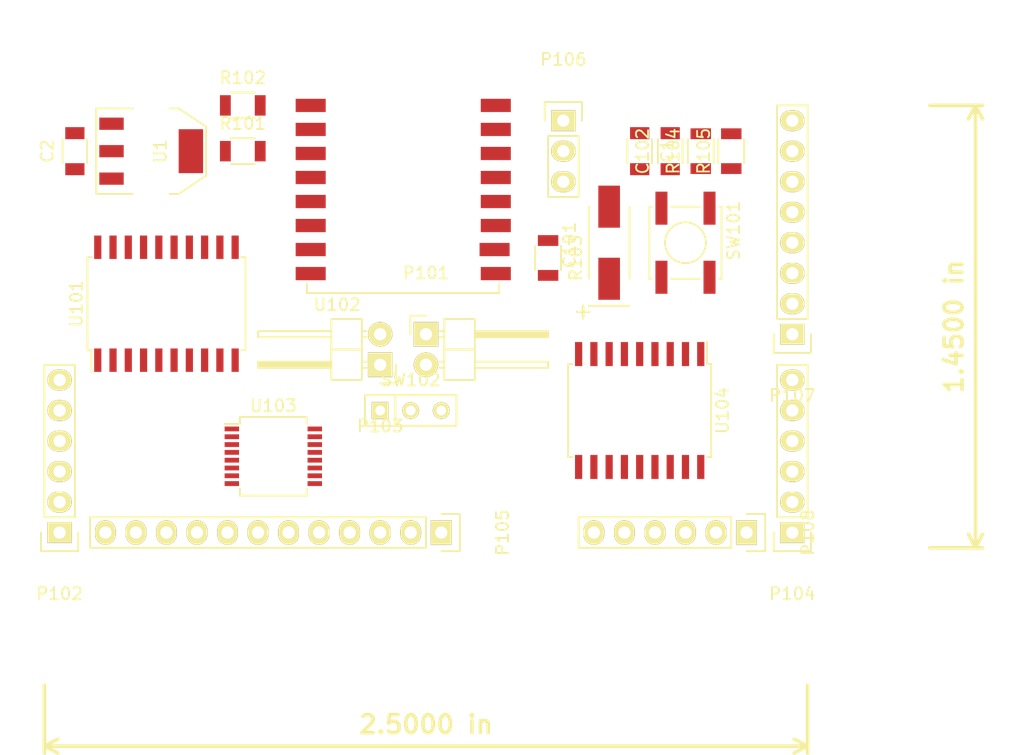
<source format=kicad_pcb>
(kicad_pcb (version 4) (host pcbnew 4.0.2-stable)

  (general
    (links 94)
    (no_connects 94)
    (area 0 0 0 0)
    (thickness 1.6)
    (drawings 2)
    (tracks 1)
    (zones 0)
    (modules 24)
    (nets 43)
  )

  (page A4)
  (layers
    (0 F.Cu signal)
    (31 B.Cu signal)
    (32 B.Adhes user)
    (33 F.Adhes user)
    (34 B.Paste user)
    (35 F.Paste user)
    (36 B.SilkS user)
    (37 F.SilkS user)
    (38 B.Mask user)
    (39 F.Mask user)
    (40 Dwgs.User user)
    (41 Cmts.User user)
    (42 Eco1.User user)
    (43 Eco2.User user)
    (44 Edge.Cuts user)
    (45 Margin user)
    (46 B.CrtYd user)
    (47 F.CrtYd user)
    (48 B.Fab user)
    (49 F.Fab user)
  )

  (setup
    (last_trace_width 0.3)
    (trace_clearance 0.3)
    (zone_clearance 0.508)
    (zone_45_only no)
    (trace_min 0.3)
    (segment_width 0.2)
    (edge_width 0.15)
    (via_size 0.6)
    (via_drill 0.4)
    (via_min_size 0.3)
    (via_min_drill 0.3)
    (uvia_size 0.3)
    (uvia_drill 0.1)
    (uvias_allowed yes)
    (uvia_min_size 0.2)
    (uvia_min_drill 0.1)
    (pcb_text_width 0.3)
    (pcb_text_size 1.5 1.5)
    (mod_edge_width 0.15)
    (mod_text_size 1 1)
    (mod_text_width 0.15)
    (pad_size 1.524 1.524)
    (pad_drill 0.762)
    (pad_to_mask_clearance 0.2)
    (aux_axis_origin 0 0)
    (visible_elements FFFFFF7F)
    (pcbplotparams
      (layerselection 0x00030_80000001)
      (usegerberextensions false)
      (excludeedgelayer true)
      (linewidth 0.100000)
      (plotframeref false)
      (viasonmask false)
      (mode 1)
      (useauxorigin false)
      (hpglpennumber 1)
      (hpglpenspeed 20)
      (hpglpendiameter 15)
      (hpglpenoverlay 2)
      (psnegative false)
      (psa4output false)
      (plotreference true)
      (plotvalue true)
      (plotinvisibletext false)
      (padsonsilk false)
      (subtractmaskfromsilk false)
      (outputformat 1)
      (mirror false)
      (drillshape 1)
      (scaleselection 1)
      (outputdirectory ""))
  )

  (net 0 "")
  (net 1 VDD)
  (net 2 GND)
  (net 3 VCC)
  (net 4 "Net-(P101-Pad2)")
  (net 5 M1+)
  (net 6 M1-)
  (net 7 ENC1_A)
  (net 8 ENC1_B)
  (net 9 M2+)
  (net 10 M2-)
  (net 11 ENC2_A)
  (net 12 ENC2_B)
  (net 13 "Net-(P105-Pad1)")
  (net 14 "Net-(P105-Pad2)")
  (net 15 "Net-(P105-Pad3)")
  (net 16 "Net-(P105-Pad4)")
  (net 17 "Net-(P105-Pad5)")
  (net 18 "Net-(P105-Pad6)")
  (net 19 "Net-(P105-Pad7)")
  (net 20 "Net-(P105-Pad8)")
  (net 21 "Net-(P105-Pad9)")
  (net 22 "Net-(P105-Pad10)")
  (net 23 "Net-(P105-Pad11)")
  (net 24 "Net-(P105-Pad12)")
  (net 25 TX)
  (net 26 RX)
  (net 27 SDA)
  (net 28 SCL)
  (net 29 "Net-(R101-Pad2)")
  (net 30 "Net-(R102-Pad2)")
  (net 31 M1_A)
  (net 32 M1_B)
  (net 33 M2_B)
  (net 34 M2_A)
  (net 35 EN1)
  (net 36 EN2)
  (net 37 "Net-(P108-Pad3)")
  (net 38 "Net-(P108-Pad4)")
  (net 39 "Net-(P108-Pad5)")
  (net 40 "Net-(P108-Pad6)")
  (net 41 "Net-(R103-Pad1)")
  (net 42 "Net-(P103-Pad1)")

  (net_class Default "Esta es la clase de red por defecto."
    (clearance 0.3)
    (trace_width 0.3)
    (via_dia 0.6)
    (via_drill 0.4)
    (uvia_dia 0.3)
    (uvia_drill 0.1)
    (add_net EN1)
    (add_net EN2)
    (add_net ENC1_A)
    (add_net ENC1_B)
    (add_net ENC2_A)
    (add_net ENC2_B)
    (add_net M1+)
    (add_net M1-)
    (add_net M1_A)
    (add_net M1_B)
    (add_net M2+)
    (add_net M2-)
    (add_net M2_A)
    (add_net M2_B)
    (add_net "Net-(P101-Pad2)")
    (add_net "Net-(P103-Pad1)")
    (add_net "Net-(P105-Pad1)")
    (add_net "Net-(P105-Pad10)")
    (add_net "Net-(P105-Pad11)")
    (add_net "Net-(P105-Pad12)")
    (add_net "Net-(P105-Pad2)")
    (add_net "Net-(P105-Pad3)")
    (add_net "Net-(P105-Pad4)")
    (add_net "Net-(P105-Pad5)")
    (add_net "Net-(P105-Pad6)")
    (add_net "Net-(P105-Pad7)")
    (add_net "Net-(P105-Pad8)")
    (add_net "Net-(P105-Pad9)")
    (add_net "Net-(P108-Pad3)")
    (add_net "Net-(P108-Pad4)")
    (add_net "Net-(P108-Pad5)")
    (add_net "Net-(P108-Pad6)")
    (add_net "Net-(R101-Pad2)")
    (add_net "Net-(R102-Pad2)")
    (add_net "Net-(R103-Pad1)")
    (add_net RX)
    (add_net SCL)
    (add_net SDA)
    (add_net TX)
  )

  (net_class power ""
    (clearance 0.3)
    (trace_width 0.5)
    (via_dia 0.8)
    (via_drill 0.4)
    (uvia_dia 0.3)
    (uvia_drill 0.1)
    (add_net GND)
    (add_net VCC)
    (add_net VDD)
  )

  (module Pin_Headers:Pin_Header_Angled_1x02 (layer F.Cu) (tedit 0) (tstamp 57140865)
    (at 153.67 77.47)
    (descr "Through hole pin header")
    (tags "pin header")
    (path /57125BEC)
    (fp_text reference P101 (at 0 -5.1) (layer F.SilkS)
      (effects (font (size 1 1) (thickness 0.15)))
    )
    (fp_text value CONN_01X02 (at 0 -3.1) (layer F.Fab)
      (effects (font (size 1 1) (thickness 0.15)))
    )
    (fp_line (start -1.5 -1.75) (end -1.5 4.3) (layer F.CrtYd) (width 0.05))
    (fp_line (start 10.65 -1.75) (end 10.65 4.3) (layer F.CrtYd) (width 0.05))
    (fp_line (start -1.5 -1.75) (end 10.65 -1.75) (layer F.CrtYd) (width 0.05))
    (fp_line (start -1.5 4.3) (end 10.65 4.3) (layer F.CrtYd) (width 0.05))
    (fp_line (start -1.3 -1.55) (end -1.3 0) (layer F.SilkS) (width 0.15))
    (fp_line (start 0 -1.55) (end -1.3 -1.55) (layer F.SilkS) (width 0.15))
    (fp_line (start 4.191 -0.127) (end 10.033 -0.127) (layer F.SilkS) (width 0.15))
    (fp_line (start 10.033 -0.127) (end 10.033 0.127) (layer F.SilkS) (width 0.15))
    (fp_line (start 10.033 0.127) (end 4.191 0.127) (layer F.SilkS) (width 0.15))
    (fp_line (start 4.191 0.127) (end 4.191 0) (layer F.SilkS) (width 0.15))
    (fp_line (start 4.191 0) (end 10.033 0) (layer F.SilkS) (width 0.15))
    (fp_line (start 1.524 -0.254) (end 1.143 -0.254) (layer F.SilkS) (width 0.15))
    (fp_line (start 1.524 0.254) (end 1.143 0.254) (layer F.SilkS) (width 0.15))
    (fp_line (start 1.524 2.286) (end 1.143 2.286) (layer F.SilkS) (width 0.15))
    (fp_line (start 1.524 2.794) (end 1.143 2.794) (layer F.SilkS) (width 0.15))
    (fp_line (start 1.524 -1.27) (end 4.064 -1.27) (layer F.SilkS) (width 0.15))
    (fp_line (start 1.524 1.27) (end 4.064 1.27) (layer F.SilkS) (width 0.15))
    (fp_line (start 1.524 1.27) (end 1.524 3.81) (layer F.SilkS) (width 0.15))
    (fp_line (start 1.524 3.81) (end 4.064 3.81) (layer F.SilkS) (width 0.15))
    (fp_line (start 4.064 2.286) (end 10.16 2.286) (layer F.SilkS) (width 0.15))
    (fp_line (start 10.16 2.286) (end 10.16 2.794) (layer F.SilkS) (width 0.15))
    (fp_line (start 10.16 2.794) (end 4.064 2.794) (layer F.SilkS) (width 0.15))
    (fp_line (start 4.064 3.81) (end 4.064 1.27) (layer F.SilkS) (width 0.15))
    (fp_line (start 4.064 1.27) (end 4.064 -1.27) (layer F.SilkS) (width 0.15))
    (fp_line (start 10.16 0.254) (end 4.064 0.254) (layer F.SilkS) (width 0.15))
    (fp_line (start 10.16 -0.254) (end 10.16 0.254) (layer F.SilkS) (width 0.15))
    (fp_line (start 4.064 -0.254) (end 10.16 -0.254) (layer F.SilkS) (width 0.15))
    (fp_line (start 1.524 1.27) (end 4.064 1.27) (layer F.SilkS) (width 0.15))
    (fp_line (start 1.524 -1.27) (end 1.524 1.27) (layer F.SilkS) (width 0.15))
    (pad 1 thru_hole rect (at 0 0) (size 2.032 2.032) (drill 1.016) (layers *.Cu *.Mask F.SilkS)
      (net 2 GND))
    (pad 2 thru_hole oval (at 0 2.54) (size 2.032 2.032) (drill 1.016) (layers *.Cu *.Mask F.SilkS)
      (net 4 "Net-(P101-Pad2)"))
    (model Pin_Headers.3dshapes/Pin_Header_Angled_1x02.wrl
      (at (xyz 0 -0.05 0))
      (scale (xyz 1 1 1))
      (rotate (xyz 0 0 90))
    )
  )

  (module Pin_Headers:Pin_Header_Straight_1x06 (layer F.Cu) (tedit 0) (tstamp 5714087A)
    (at 123.19 93.98 180)
    (descr "Through hole pin header")
    (tags "pin header")
    (path /57125BDE)
    (fp_text reference P102 (at 0 -5.1 180) (layer F.SilkS)
      (effects (font (size 1 1) (thickness 0.15)))
    )
    (fp_text value CONN_01X06 (at 0 -3.1 180) (layer F.Fab)
      (effects (font (size 1 1) (thickness 0.15)))
    )
    (fp_line (start -1.75 -1.75) (end -1.75 14.45) (layer F.CrtYd) (width 0.05))
    (fp_line (start 1.75 -1.75) (end 1.75 14.45) (layer F.CrtYd) (width 0.05))
    (fp_line (start -1.75 -1.75) (end 1.75 -1.75) (layer F.CrtYd) (width 0.05))
    (fp_line (start -1.75 14.45) (end 1.75 14.45) (layer F.CrtYd) (width 0.05))
    (fp_line (start 1.27 1.27) (end 1.27 13.97) (layer F.SilkS) (width 0.15))
    (fp_line (start 1.27 13.97) (end -1.27 13.97) (layer F.SilkS) (width 0.15))
    (fp_line (start -1.27 13.97) (end -1.27 1.27) (layer F.SilkS) (width 0.15))
    (fp_line (start 1.55 -1.55) (end 1.55 0) (layer F.SilkS) (width 0.15))
    (fp_line (start 1.27 1.27) (end -1.27 1.27) (layer F.SilkS) (width 0.15))
    (fp_line (start -1.55 0) (end -1.55 -1.55) (layer F.SilkS) (width 0.15))
    (fp_line (start -1.55 -1.55) (end 1.55 -1.55) (layer F.SilkS) (width 0.15))
    (pad 1 thru_hole rect (at 0 0 180) (size 2.032 1.7272) (drill 1.016) (layers *.Cu *.Mask F.SilkS)
      (net 5 M1+))
    (pad 2 thru_hole oval (at 0 2.54 180) (size 2.032 1.7272) (drill 1.016) (layers *.Cu *.Mask F.SilkS)
      (net 6 M1-))
    (pad 3 thru_hole oval (at 0 5.08 180) (size 2.032 1.7272) (drill 1.016) (layers *.Cu *.Mask F.SilkS)
      (net 1 VDD))
    (pad 4 thru_hole oval (at 0 7.62 180) (size 2.032 1.7272) (drill 1.016) (layers *.Cu *.Mask F.SilkS)
      (net 2 GND))
    (pad 5 thru_hole oval (at 0 10.16 180) (size 2.032 1.7272) (drill 1.016) (layers *.Cu *.Mask F.SilkS)
      (net 7 ENC1_A))
    (pad 6 thru_hole oval (at 0 12.7 180) (size 2.032 1.7272) (drill 1.016) (layers *.Cu *.Mask F.SilkS)
      (net 8 ENC1_B))
    (model Pin_Headers.3dshapes/Pin_Header_Straight_1x06.wrl
      (at (xyz 0 -0.25 0))
      (scale (xyz 1 1 1))
      (rotate (xyz 0 0 90))
    )
  )

  (module Pin_Headers:Pin_Header_Angled_1x02 (layer F.Cu) (tedit 0) (tstamp 5714089D)
    (at 149.86 80.01 180)
    (descr "Through hole pin header")
    (tags "pin header")
    (path /57125BEB)
    (fp_text reference P103 (at 0 -5.1 180) (layer F.SilkS)
      (effects (font (size 1 1) (thickness 0.15)))
    )
    (fp_text value CONN_01X02 (at 0 -3.1 180) (layer F.Fab)
      (effects (font (size 1 1) (thickness 0.15)))
    )
    (fp_line (start -1.5 -1.75) (end -1.5 4.3) (layer F.CrtYd) (width 0.05))
    (fp_line (start 10.65 -1.75) (end 10.65 4.3) (layer F.CrtYd) (width 0.05))
    (fp_line (start -1.5 -1.75) (end 10.65 -1.75) (layer F.CrtYd) (width 0.05))
    (fp_line (start -1.5 4.3) (end 10.65 4.3) (layer F.CrtYd) (width 0.05))
    (fp_line (start -1.3 -1.55) (end -1.3 0) (layer F.SilkS) (width 0.15))
    (fp_line (start 0 -1.55) (end -1.3 -1.55) (layer F.SilkS) (width 0.15))
    (fp_line (start 4.191 -0.127) (end 10.033 -0.127) (layer F.SilkS) (width 0.15))
    (fp_line (start 10.033 -0.127) (end 10.033 0.127) (layer F.SilkS) (width 0.15))
    (fp_line (start 10.033 0.127) (end 4.191 0.127) (layer F.SilkS) (width 0.15))
    (fp_line (start 4.191 0.127) (end 4.191 0) (layer F.SilkS) (width 0.15))
    (fp_line (start 4.191 0) (end 10.033 0) (layer F.SilkS) (width 0.15))
    (fp_line (start 1.524 -0.254) (end 1.143 -0.254) (layer F.SilkS) (width 0.15))
    (fp_line (start 1.524 0.254) (end 1.143 0.254) (layer F.SilkS) (width 0.15))
    (fp_line (start 1.524 2.286) (end 1.143 2.286) (layer F.SilkS) (width 0.15))
    (fp_line (start 1.524 2.794) (end 1.143 2.794) (layer F.SilkS) (width 0.15))
    (fp_line (start 1.524 -1.27) (end 4.064 -1.27) (layer F.SilkS) (width 0.15))
    (fp_line (start 1.524 1.27) (end 4.064 1.27) (layer F.SilkS) (width 0.15))
    (fp_line (start 1.524 1.27) (end 1.524 3.81) (layer F.SilkS) (width 0.15))
    (fp_line (start 1.524 3.81) (end 4.064 3.81) (layer F.SilkS) (width 0.15))
    (fp_line (start 4.064 2.286) (end 10.16 2.286) (layer F.SilkS) (width 0.15))
    (fp_line (start 10.16 2.286) (end 10.16 2.794) (layer F.SilkS) (width 0.15))
    (fp_line (start 10.16 2.794) (end 4.064 2.794) (layer F.SilkS) (width 0.15))
    (fp_line (start 4.064 3.81) (end 4.064 1.27) (layer F.SilkS) (width 0.15))
    (fp_line (start 4.064 1.27) (end 4.064 -1.27) (layer F.SilkS) (width 0.15))
    (fp_line (start 10.16 0.254) (end 4.064 0.254) (layer F.SilkS) (width 0.15))
    (fp_line (start 10.16 -0.254) (end 10.16 0.254) (layer F.SilkS) (width 0.15))
    (fp_line (start 4.064 -0.254) (end 10.16 -0.254) (layer F.SilkS) (width 0.15))
    (fp_line (start 1.524 1.27) (end 4.064 1.27) (layer F.SilkS) (width 0.15))
    (fp_line (start 1.524 -1.27) (end 1.524 1.27) (layer F.SilkS) (width 0.15))
    (pad 1 thru_hole rect (at 0 0 180) (size 2.032 2.032) (drill 1.016) (layers *.Cu *.Mask F.SilkS)
      (net 42 "Net-(P103-Pad1)"))
    (pad 2 thru_hole oval (at 0 2.54 180) (size 2.032 2.032) (drill 1.016) (layers *.Cu *.Mask F.SilkS)
      (net 3 VCC))
    (model Pin_Headers.3dshapes/Pin_Header_Angled_1x02.wrl
      (at (xyz 0 -0.05 0))
      (scale (xyz 1 1 1))
      (rotate (xyz 0 0 90))
    )
  )

  (module Pin_Headers:Pin_Header_Straight_1x06 (layer F.Cu) (tedit 0) (tstamp 571408B2)
    (at 184.15 93.98 180)
    (descr "Through hole pin header")
    (tags "pin header")
    (path /57125BDD)
    (fp_text reference P104 (at 0 -5.1 180) (layer F.SilkS)
      (effects (font (size 1 1) (thickness 0.15)))
    )
    (fp_text value CONN_01X06 (at 0 -3.1 180) (layer F.Fab)
      (effects (font (size 1 1) (thickness 0.15)))
    )
    (fp_line (start -1.75 -1.75) (end -1.75 14.45) (layer F.CrtYd) (width 0.05))
    (fp_line (start 1.75 -1.75) (end 1.75 14.45) (layer F.CrtYd) (width 0.05))
    (fp_line (start -1.75 -1.75) (end 1.75 -1.75) (layer F.CrtYd) (width 0.05))
    (fp_line (start -1.75 14.45) (end 1.75 14.45) (layer F.CrtYd) (width 0.05))
    (fp_line (start 1.27 1.27) (end 1.27 13.97) (layer F.SilkS) (width 0.15))
    (fp_line (start 1.27 13.97) (end -1.27 13.97) (layer F.SilkS) (width 0.15))
    (fp_line (start -1.27 13.97) (end -1.27 1.27) (layer F.SilkS) (width 0.15))
    (fp_line (start 1.55 -1.55) (end 1.55 0) (layer F.SilkS) (width 0.15))
    (fp_line (start 1.27 1.27) (end -1.27 1.27) (layer F.SilkS) (width 0.15))
    (fp_line (start -1.55 0) (end -1.55 -1.55) (layer F.SilkS) (width 0.15))
    (fp_line (start -1.55 -1.55) (end 1.55 -1.55) (layer F.SilkS) (width 0.15))
    (pad 1 thru_hole rect (at 0 0 180) (size 2.032 1.7272) (drill 1.016) (layers *.Cu *.Mask F.SilkS)
      (net 9 M2+))
    (pad 2 thru_hole oval (at 0 2.54 180) (size 2.032 1.7272) (drill 1.016) (layers *.Cu *.Mask F.SilkS)
      (net 10 M2-))
    (pad 3 thru_hole oval (at 0 5.08 180) (size 2.032 1.7272) (drill 1.016) (layers *.Cu *.Mask F.SilkS)
      (net 1 VDD))
    (pad 4 thru_hole oval (at 0 7.62 180) (size 2.032 1.7272) (drill 1.016) (layers *.Cu *.Mask F.SilkS)
      (net 2 GND))
    (pad 5 thru_hole oval (at 0 10.16 180) (size 2.032 1.7272) (drill 1.016) (layers *.Cu *.Mask F.SilkS)
      (net 11 ENC2_A))
    (pad 6 thru_hole oval (at 0 12.7 180) (size 2.032 1.7272) (drill 1.016) (layers *.Cu *.Mask F.SilkS)
      (net 12 ENC2_B))
    (model Pin_Headers.3dshapes/Pin_Header_Straight_1x06.wrl
      (at (xyz 0 -0.25 0))
      (scale (xyz 1 1 1))
      (rotate (xyz 0 0 90))
    )
  )

  (module Pin_Headers:Pin_Header_Straight_1x12 (layer F.Cu) (tedit 0) (tstamp 571408CD)
    (at 154.94 93.98 270)
    (descr "Through hole pin header")
    (tags "pin header")
    (path /57125BDF)
    (fp_text reference P105 (at 0 -5.1 270) (layer F.SilkS)
      (effects (font (size 1 1) (thickness 0.15)))
    )
    (fp_text value CONN_01X12 (at 0 -3.1 270) (layer F.Fab)
      (effects (font (size 1 1) (thickness 0.15)))
    )
    (fp_line (start -1.75 -1.75) (end -1.75 29.7) (layer F.CrtYd) (width 0.05))
    (fp_line (start 1.75 -1.75) (end 1.75 29.7) (layer F.CrtYd) (width 0.05))
    (fp_line (start -1.75 -1.75) (end 1.75 -1.75) (layer F.CrtYd) (width 0.05))
    (fp_line (start -1.75 29.7) (end 1.75 29.7) (layer F.CrtYd) (width 0.05))
    (fp_line (start 1.27 1.27) (end 1.27 29.21) (layer F.SilkS) (width 0.15))
    (fp_line (start 1.27 29.21) (end -1.27 29.21) (layer F.SilkS) (width 0.15))
    (fp_line (start -1.27 29.21) (end -1.27 1.27) (layer F.SilkS) (width 0.15))
    (fp_line (start 1.55 -1.55) (end 1.55 0) (layer F.SilkS) (width 0.15))
    (fp_line (start 1.27 1.27) (end -1.27 1.27) (layer F.SilkS) (width 0.15))
    (fp_line (start -1.55 0) (end -1.55 -1.55) (layer F.SilkS) (width 0.15))
    (fp_line (start -1.55 -1.55) (end 1.55 -1.55) (layer F.SilkS) (width 0.15))
    (pad 1 thru_hole rect (at 0 0 270) (size 2.032 1.7272) (drill 1.016) (layers *.Cu *.Mask F.SilkS)
      (net 13 "Net-(P105-Pad1)"))
    (pad 2 thru_hole oval (at 0 2.54 270) (size 2.032 1.7272) (drill 1.016) (layers *.Cu *.Mask F.SilkS)
      (net 14 "Net-(P105-Pad2)"))
    (pad 3 thru_hole oval (at 0 5.08 270) (size 2.032 1.7272) (drill 1.016) (layers *.Cu *.Mask F.SilkS)
      (net 15 "Net-(P105-Pad3)"))
    (pad 4 thru_hole oval (at 0 7.62 270) (size 2.032 1.7272) (drill 1.016) (layers *.Cu *.Mask F.SilkS)
      (net 16 "Net-(P105-Pad4)"))
    (pad 5 thru_hole oval (at 0 10.16 270) (size 2.032 1.7272) (drill 1.016) (layers *.Cu *.Mask F.SilkS)
      (net 17 "Net-(P105-Pad5)"))
    (pad 6 thru_hole oval (at 0 12.7 270) (size 2.032 1.7272) (drill 1.016) (layers *.Cu *.Mask F.SilkS)
      (net 18 "Net-(P105-Pad6)"))
    (pad 7 thru_hole oval (at 0 15.24 270) (size 2.032 1.7272) (drill 1.016) (layers *.Cu *.Mask F.SilkS)
      (net 19 "Net-(P105-Pad7)"))
    (pad 8 thru_hole oval (at 0 17.78 270) (size 2.032 1.7272) (drill 1.016) (layers *.Cu *.Mask F.SilkS)
      (net 20 "Net-(P105-Pad8)"))
    (pad 9 thru_hole oval (at 0 20.32 270) (size 2.032 1.7272) (drill 1.016) (layers *.Cu *.Mask F.SilkS)
      (net 21 "Net-(P105-Pad9)"))
    (pad 10 thru_hole oval (at 0 22.86 270) (size 2.032 1.7272) (drill 1.016) (layers *.Cu *.Mask F.SilkS)
      (net 22 "Net-(P105-Pad10)"))
    (pad 11 thru_hole oval (at 0 25.4 270) (size 2.032 1.7272) (drill 1.016) (layers *.Cu *.Mask F.SilkS)
      (net 23 "Net-(P105-Pad11)"))
    (pad 12 thru_hole oval (at 0 27.94 270) (size 2.032 1.7272) (drill 1.016) (layers *.Cu *.Mask F.SilkS)
      (net 24 "Net-(P105-Pad12)"))
    (model Pin_Headers.3dshapes/Pin_Header_Straight_1x12.wrl
      (at (xyz 0 -0.55 0))
      (scale (xyz 1 1 1))
      (rotate (xyz 0 0 90))
    )
  )

  (module Pin_Headers:Pin_Header_Straight_1x03 (layer F.Cu) (tedit 0) (tstamp 571408DF)
    (at 165.1 59.69)
    (descr "Through hole pin header")
    (tags "pin header")
    (path /571460B6)
    (fp_text reference P106 (at 0 -5.1) (layer F.SilkS)
      (effects (font (size 1 1) (thickness 0.15)))
    )
    (fp_text value CONN_01X03 (at 0 -3.1) (layer F.Fab)
      (effects (font (size 1 1) (thickness 0.15)))
    )
    (fp_line (start -1.75 -1.75) (end -1.75 6.85) (layer F.CrtYd) (width 0.05))
    (fp_line (start 1.75 -1.75) (end 1.75 6.85) (layer F.CrtYd) (width 0.05))
    (fp_line (start -1.75 -1.75) (end 1.75 -1.75) (layer F.CrtYd) (width 0.05))
    (fp_line (start -1.75 6.85) (end 1.75 6.85) (layer F.CrtYd) (width 0.05))
    (fp_line (start -1.27 1.27) (end -1.27 6.35) (layer F.SilkS) (width 0.15))
    (fp_line (start -1.27 6.35) (end 1.27 6.35) (layer F.SilkS) (width 0.15))
    (fp_line (start 1.27 6.35) (end 1.27 1.27) (layer F.SilkS) (width 0.15))
    (fp_line (start 1.55 -1.55) (end 1.55 0) (layer F.SilkS) (width 0.15))
    (fp_line (start 1.27 1.27) (end -1.27 1.27) (layer F.SilkS) (width 0.15))
    (fp_line (start -1.55 0) (end -1.55 -1.55) (layer F.SilkS) (width 0.15))
    (fp_line (start -1.55 -1.55) (end 1.55 -1.55) (layer F.SilkS) (width 0.15))
    (pad 1 thru_hole rect (at 0 0) (size 2.032 1.7272) (drill 1.016) (layers *.Cu *.Mask F.SilkS)
      (net 25 TX))
    (pad 2 thru_hole oval (at 0 2.54) (size 2.032 1.7272) (drill 1.016) (layers *.Cu *.Mask F.SilkS)
      (net 2 GND))
    (pad 3 thru_hole oval (at 0 5.08) (size 2.032 1.7272) (drill 1.016) (layers *.Cu *.Mask F.SilkS)
      (net 26 RX))
    (model Pin_Headers.3dshapes/Pin_Header_Straight_1x03.wrl
      (at (xyz 0 -0.1 0))
      (scale (xyz 1 1 1))
      (rotate (xyz 0 0 90))
    )
  )

  (module Pin_Headers:Pin_Header_Straight_1x08 (layer F.Cu) (tedit 0) (tstamp 57140908)
    (at 184.15 77.47 180)
    (descr "Through hole pin header")
    (tags "pin header")
    (path /5713D03F)
    (fp_text reference P107 (at 0 -5.1 180) (layer F.SilkS)
      (effects (font (size 1 1) (thickness 0.15)))
    )
    (fp_text value CONN_I2C_MPU6050 (at 0 -3.1 180) (layer F.Fab)
      (effects (font (size 1 1) (thickness 0.15)))
    )
    (fp_line (start -1.75 -1.75) (end -1.75 19.55) (layer F.CrtYd) (width 0.05))
    (fp_line (start 1.75 -1.75) (end 1.75 19.55) (layer F.CrtYd) (width 0.05))
    (fp_line (start -1.75 -1.75) (end 1.75 -1.75) (layer F.CrtYd) (width 0.05))
    (fp_line (start -1.75 19.55) (end 1.75 19.55) (layer F.CrtYd) (width 0.05))
    (fp_line (start 1.27 1.27) (end 1.27 19.05) (layer F.SilkS) (width 0.15))
    (fp_line (start 1.27 19.05) (end -1.27 19.05) (layer F.SilkS) (width 0.15))
    (fp_line (start -1.27 19.05) (end -1.27 1.27) (layer F.SilkS) (width 0.15))
    (fp_line (start 1.55 -1.55) (end 1.55 0) (layer F.SilkS) (width 0.15))
    (fp_line (start 1.27 1.27) (end -1.27 1.27) (layer F.SilkS) (width 0.15))
    (fp_line (start -1.55 0) (end -1.55 -1.55) (layer F.SilkS) (width 0.15))
    (fp_line (start -1.55 -1.55) (end 1.55 -1.55) (layer F.SilkS) (width 0.15))
    (pad 1 thru_hole rect (at 0 0 180) (size 2.032 1.7272) (drill 1.016) (layers *.Cu *.Mask F.SilkS))
    (pad 2 thru_hole oval (at 0 2.54 180) (size 2.032 1.7272) (drill 1.016) (layers *.Cu *.Mask F.SilkS)
      (net 2 GND))
    (pad 3 thru_hole oval (at 0 5.08 180) (size 2.032 1.7272) (drill 1.016) (layers *.Cu *.Mask F.SilkS))
    (pad 4 thru_hole oval (at 0 7.62 180) (size 2.032 1.7272) (drill 1.016) (layers *.Cu *.Mask F.SilkS))
    (pad 5 thru_hole oval (at 0 10.16 180) (size 2.032 1.7272) (drill 1.016) (layers *.Cu *.Mask F.SilkS)
      (net 27 SDA))
    (pad 6 thru_hole oval (at 0 12.7 180) (size 2.032 1.7272) (drill 1.016) (layers *.Cu *.Mask F.SilkS)
      (net 28 SCL))
    (pad 7 thru_hole oval (at 0 15.24 180) (size 2.032 1.7272) (drill 1.016) (layers *.Cu *.Mask F.SilkS)
      (net 2 GND))
    (pad 8 thru_hole oval (at 0 17.78 180) (size 2.032 1.7272) (drill 1.016) (layers *.Cu *.Mask F.SilkS)
      (net 1 VDD))
    (model Pin_Headers.3dshapes/Pin_Header_Straight_1x08.wrl
      (at (xyz 0 -0.35 0))
      (scale (xyz 1 1 1))
      (rotate (xyz 0 0 90))
    )
  )

  (module TO_SOT_Packages_SMD:SOT-223 (layer F.Cu) (tedit 0) (tstamp 57140998)
    (at 130.81 62.23 270)
    (descr "module CMS SOT223 4 pins")
    (tags "CMS SOT")
    (path /57126BEE/57126C2F)
    (attr smd)
    (fp_text reference U1 (at 0 -0.762 270) (layer F.SilkS)
      (effects (font (size 1 1) (thickness 0.15)))
    )
    (fp_text value LD1117S33TR (at 0 0.762 270) (layer F.Fab)
      (effects (font (size 1 1) (thickness 0.15)))
    )
    (fp_line (start -3.556 1.524) (end -3.556 4.572) (layer F.SilkS) (width 0.15))
    (fp_line (start -3.556 4.572) (end 3.556 4.572) (layer F.SilkS) (width 0.15))
    (fp_line (start 3.556 4.572) (end 3.556 1.524) (layer F.SilkS) (width 0.15))
    (fp_line (start -3.556 -1.524) (end -3.556 -2.286) (layer F.SilkS) (width 0.15))
    (fp_line (start -3.556 -2.286) (end -2.032 -4.572) (layer F.SilkS) (width 0.15))
    (fp_line (start -2.032 -4.572) (end 2.032 -4.572) (layer F.SilkS) (width 0.15))
    (fp_line (start 2.032 -4.572) (end 3.556 -2.286) (layer F.SilkS) (width 0.15))
    (fp_line (start 3.556 -2.286) (end 3.556 -1.524) (layer F.SilkS) (width 0.15))
    (pad 4 smd rect (at 0 -3.302 270) (size 3.6576 2.032) (layers F.Cu F.Paste F.Mask))
    (pad 2 smd rect (at 0 3.302 270) (size 1.016 2.032) (layers F.Cu F.Paste F.Mask)
      (net 1 VDD))
    (pad 3 smd rect (at 2.286 3.302 270) (size 1.016 2.032) (layers F.Cu F.Paste F.Mask)
      (net 3 VCC))
    (pad 1 smd rect (at -2.286 3.302 270) (size 1.016 2.032) (layers F.Cu F.Paste F.Mask)
      (net 2 GND))
    (model TO_SOT_Packages_SMD.3dshapes/SOT-223.wrl
      (at (xyz 0 0 0))
      (scale (xyz 0.4 0.4 0.4))
      (rotate (xyz 0 0 0))
    )
  )

  (module Housings_SOIC:SOIC-20_7.5x12.8mm_Pitch1.27mm (layer F.Cu) (tedit 54130A77) (tstamp 571409BB)
    (at 132.08 74.93 90)
    (descr "20-Lead Plastic Small Outline (SO) - Wide, 7.50 mm Body [SOIC] (see Microchip Packaging Specification 00000049BS.pdf)")
    (tags "SOIC 1.27")
    (path /5714092A)
    (attr smd)
    (fp_text reference U101 (at 0 -7.5 90) (layer F.SilkS)
      (effects (font (size 1 1) (thickness 0.15)))
    )
    (fp_text value L293DD (at 0 7.5 90) (layer F.Fab)
      (effects (font (size 1 1) (thickness 0.15)))
    )
    (fp_line (start -5.95 -6.75) (end -5.95 6.75) (layer F.CrtYd) (width 0.05))
    (fp_line (start 5.95 -6.75) (end 5.95 6.75) (layer F.CrtYd) (width 0.05))
    (fp_line (start -5.95 -6.75) (end 5.95 -6.75) (layer F.CrtYd) (width 0.05))
    (fp_line (start -5.95 6.75) (end 5.95 6.75) (layer F.CrtYd) (width 0.05))
    (fp_line (start -3.875 -6.575) (end -3.875 -6.24) (layer F.SilkS) (width 0.15))
    (fp_line (start 3.875 -6.575) (end 3.875 -6.24) (layer F.SilkS) (width 0.15))
    (fp_line (start 3.875 6.575) (end 3.875 6.24) (layer F.SilkS) (width 0.15))
    (fp_line (start -3.875 6.575) (end -3.875 6.24) (layer F.SilkS) (width 0.15))
    (fp_line (start -3.875 -6.575) (end 3.875 -6.575) (layer F.SilkS) (width 0.15))
    (fp_line (start -3.875 6.575) (end 3.875 6.575) (layer F.SilkS) (width 0.15))
    (fp_line (start -3.875 -6.24) (end -5.675 -6.24) (layer F.SilkS) (width 0.15))
    (pad 1 smd rect (at -4.7 -5.715 90) (size 1.95 0.6) (layers F.Cu F.Paste F.Mask)
      (net 35 EN1))
    (pad 2 smd rect (at -4.7 -4.445 90) (size 1.95 0.6) (layers F.Cu F.Paste F.Mask)
      (net 31 M1_A))
    (pad 3 smd rect (at -4.7 -3.175 90) (size 1.95 0.6) (layers F.Cu F.Paste F.Mask)
      (net 5 M1+))
    (pad 4 smd rect (at -4.7 -1.905 90) (size 1.95 0.6) (layers F.Cu F.Paste F.Mask)
      (net 2 GND))
    (pad 5 smd rect (at -4.7 -0.635 90) (size 1.95 0.6) (layers F.Cu F.Paste F.Mask)
      (net 2 GND))
    (pad 6 smd rect (at -4.7 0.635 90) (size 1.95 0.6) (layers F.Cu F.Paste F.Mask)
      (net 2 GND))
    (pad 7 smd rect (at -4.7 1.905 90) (size 1.95 0.6) (layers F.Cu F.Paste F.Mask)
      (net 2 GND))
    (pad 8 smd rect (at -4.7 3.175 90) (size 1.95 0.6) (layers F.Cu F.Paste F.Mask)
      (net 6 M1-))
    (pad 9 smd rect (at -4.7 4.445 90) (size 1.95 0.6) (layers F.Cu F.Paste F.Mask)
      (net 32 M1_B))
    (pad 10 smd rect (at -4.7 5.715 90) (size 1.95 0.6) (layers F.Cu F.Paste F.Mask)
      (net 3 VCC))
    (pad 11 smd rect (at 4.7 5.715 90) (size 1.95 0.6) (layers F.Cu F.Paste F.Mask)
      (net 36 EN2))
    (pad 12 smd rect (at 4.7 4.445 90) (size 1.95 0.6) (layers F.Cu F.Paste F.Mask)
      (net 33 M2_B))
    (pad 13 smd rect (at 4.7 3.175 90) (size 1.95 0.6) (layers F.Cu F.Paste F.Mask)
      (net 10 M2-))
    (pad 14 smd rect (at 4.7 1.905 90) (size 1.95 0.6) (layers F.Cu F.Paste F.Mask)
      (net 2 GND))
    (pad 15 smd rect (at 4.7 0.635 90) (size 1.95 0.6) (layers F.Cu F.Paste F.Mask)
      (net 2 GND))
    (pad 16 smd rect (at 4.7 -0.635 90) (size 1.95 0.6) (layers F.Cu F.Paste F.Mask)
      (net 2 GND))
    (pad 17 smd rect (at 4.7 -1.905 90) (size 1.95 0.6) (layers F.Cu F.Paste F.Mask)
      (net 2 GND))
    (pad 18 smd rect (at 4.7 -3.175 90) (size 1.95 0.6) (layers F.Cu F.Paste F.Mask)
      (net 9 M2+))
    (pad 19 smd rect (at 4.7 -4.445 90) (size 1.95 0.6) (layers F.Cu F.Paste F.Mask)
      (net 34 M2_A))
    (pad 20 smd rect (at 4.7 -5.715 90) (size 1.95 0.6) (layers F.Cu F.Paste F.Mask)
      (net 1 VDD))
    (model Housings_SOIC.3dshapes/SOIC-20_7.5x12.8mm_Pitch1.27mm.wrl
      (at (xyz 0 0 0))
      (scale (xyz 1 1 1))
      (rotate (xyz 0 0 0))
    )
  )

  (module ESP8266:ESP-12 (layer F.Cu) (tedit 56DFFEA3) (tstamp 571409E3)
    (at 144.78 58.42)
    (descr "Module, ESP-8266, ESP-12, 16 pad, SMD")
    (tags "Module ESP-8266 ESP8266")
    (path /57125BD1)
    (fp_text reference U102 (at 1.5 16.6) (layer F.SilkS)
      (effects (font (size 1 1) (thickness 0.15)))
    )
    (fp_text value ESP-12 (at 6.992 1) (layer F.Fab)
      (effects (font (size 1 1) (thickness 0.15)))
    )
    (fp_line (start -2.25 -0.5) (end -2.25 -8.75) (layer F.CrtYd) (width 0.05))
    (fp_line (start -2.25 -8.75) (end 15.25 -8.75) (layer F.CrtYd) (width 0.05))
    (fp_line (start 15.25 -8.75) (end 16.25 -8.75) (layer F.CrtYd) (width 0.05))
    (fp_line (start 16.25 -8.75) (end 16.25 16) (layer F.CrtYd) (width 0.05))
    (fp_line (start 16.25 16) (end -2.25 16) (layer F.CrtYd) (width 0.05))
    (fp_line (start -2.25 16) (end -2.25 -0.5) (layer F.CrtYd) (width 0.05))
    (fp_line (start -1.016 -8.382) (end 14.986 -8.382) (layer F.CrtYd) (width 0.1524))
    (fp_line (start 14.986 -8.382) (end 14.986 -0.889) (layer F.CrtYd) (width 0.1524))
    (fp_line (start -1.016 -8.382) (end -1.016 -1.016) (layer F.CrtYd) (width 0.1524))
    (fp_line (start -1.016 14.859) (end -1.016 15.621) (layer F.SilkS) (width 0.1524))
    (fp_line (start -1.016 15.621) (end 14.986 15.621) (layer F.SilkS) (width 0.1524))
    (fp_line (start 14.986 15.621) (end 14.986 14.859) (layer F.SilkS) (width 0.1524))
    (fp_line (start 14.992 -8.4) (end -1.008 -2.6) (layer F.CrtYd) (width 0.1524))
    (fp_line (start -1.008 -8.4) (end 14.992 -2.6) (layer F.CrtYd) (width 0.1524))
    (fp_text user "No Copper" (at 6.892 -5.4) (layer F.CrtYd)
      (effects (font (size 1 1) (thickness 0.15)))
    )
    (fp_line (start -1.008 -2.6) (end 14.992 -2.6) (layer F.CrtYd) (width 0.1524))
    (fp_line (start 15 -8.4) (end 15 15.6) (layer F.Fab) (width 0.05))
    (fp_line (start 14.992 15.6) (end -1.008 15.6) (layer F.Fab) (width 0.05))
    (fp_line (start -1.008 15.6) (end -1.008 -8.4) (layer F.Fab) (width 0.05))
    (fp_line (start -1.008 -8.4) (end 14.992 -8.4) (layer F.Fab) (width 0.05))
    (pad 1 smd rect (at 0 0) (size 2.5 1.1) (drill (offset -0.7 0)) (layers F.Cu F.Paste F.Mask)
      (net 30 "Net-(R102-Pad2)"))
    (pad 2 smd rect (at 0 2) (size 2.5 1.1) (drill (offset -0.7 0)) (layers F.Cu F.Paste F.Mask))
    (pad 3 smd rect (at 0 4) (size 2.5 1.1) (drill (offset -0.7 0)) (layers F.Cu F.Paste F.Mask)
      (net 29 "Net-(R101-Pad2)"))
    (pad 4 smd rect (at 0 6) (size 2.5 1.1) (drill (offset -0.7 0)) (layers F.Cu F.Paste F.Mask)
      (net 7 ENC1_A))
    (pad 5 smd rect (at 0 8) (size 2.5 1.1) (drill (offset -0.7 0)) (layers F.Cu F.Paste F.Mask)
      (net 11 ENC2_A))
    (pad 6 smd rect (at 0 10) (size 2.5 1.1) (drill (offset -0.7 0)) (layers F.Cu F.Paste F.Mask)
      (net 8 ENC1_B))
    (pad 7 smd rect (at 0 12) (size 2.5 1.1) (drill (offset -0.7 0)) (layers F.Cu F.Paste F.Mask)
      (net 12 ENC2_B))
    (pad 8 smd rect (at 0 14) (size 2.5 1.1) (drill (offset -0.7 0)) (layers F.Cu F.Paste F.Mask)
      (net 1 VDD))
    (pad 9 smd rect (at 14 14) (size 2.5 1.1) (drill (offset 0.7 0)) (layers F.Cu F.Paste F.Mask)
      (net 2 GND))
    (pad 10 smd rect (at 14 12) (size 2.5 1.1) (drill (offset 0.6 0)) (layers F.Cu F.Paste F.Mask)
      (net 41 "Net-(R103-Pad1)"))
    (pad 11 smd rect (at 14 10) (size 2.5 1.1) (drill (offset 0.7 0)) (layers F.Cu F.Paste F.Mask)
      (net 35 EN1))
    (pad 12 smd rect (at 14 8) (size 2.5 1.1) (drill (offset 0.7 0)) (layers F.Cu F.Paste F.Mask)
      (net 28 SCL))
    (pad 13 smd rect (at 14 6) (size 2.5 1.1) (drill (offset 0.7 0)) (layers F.Cu F.Paste F.Mask)
      (net 27 SDA))
    (pad 14 smd rect (at 14 4) (size 2.5 1.1) (drill (offset 0.7 0)) (layers F.Cu F.Paste F.Mask)
      (net 36 EN2))
    (pad 15 smd rect (at 14 2) (size 2.5 1.1) (drill (offset 0.7 0)) (layers F.Cu F.Paste F.Mask)
      (net 26 RX))
    (pad 16 smd rect (at 14 0) (size 2.5 1.1) (drill (offset 0.7 0)) (layers F.Cu F.Paste F.Mask)
      (net 25 TX))
    (model ${ESPLIB}/ESP8266.3dshapes/ESP-12.wrl
      (at (xyz 0 0 0))
      (scale (xyz 0.3937 0.3937 0.3937))
      (rotate (xyz 0 0 0))
    )
  )

  (module Housings_SOIC:SOIC-18_7.5x11.6mm_Pitch1.27mm (layer F.Cu) (tedit 54130A77) (tstamp 57140A1E)
    (at 171.45 83.82 270)
    (descr "18-Lead Plastic Small Outline (SO) - Wide, 7.50 mm Body [SOIC] (see Microchip Packaging Specification 00000049BS.pdf)")
    (tags "SOIC 1.27")
    (path /57125BD4)
    (attr smd)
    (fp_text reference U104 (at 0 -6.875 270) (layer F.SilkS)
      (effects (font (size 1 1) (thickness 0.15)))
    )
    (fp_text value MCP23008 (at 0 6.875 270) (layer F.Fab)
      (effects (font (size 1 1) (thickness 0.15)))
    )
    (fp_line (start -5.95 -6.15) (end -5.95 6.15) (layer F.CrtYd) (width 0.05))
    (fp_line (start 5.95 -6.15) (end 5.95 6.15) (layer F.CrtYd) (width 0.05))
    (fp_line (start -5.95 -6.15) (end 5.95 -6.15) (layer F.CrtYd) (width 0.05))
    (fp_line (start -5.95 6.15) (end 5.95 6.15) (layer F.CrtYd) (width 0.05))
    (fp_line (start -3.875 -5.95) (end -3.875 -5.605) (layer F.SilkS) (width 0.15))
    (fp_line (start 3.875 -5.95) (end 3.875 -5.605) (layer F.SilkS) (width 0.15))
    (fp_line (start 3.875 5.95) (end 3.875 5.605) (layer F.SilkS) (width 0.15))
    (fp_line (start -3.875 5.95) (end -3.875 5.605) (layer F.SilkS) (width 0.15))
    (fp_line (start -3.875 -5.95) (end 3.875 -5.95) (layer F.SilkS) (width 0.15))
    (fp_line (start -3.875 5.95) (end 3.875 5.95) (layer F.SilkS) (width 0.15))
    (fp_line (start -3.875 -5.605) (end -5.7 -5.605) (layer F.SilkS) (width 0.15))
    (pad 1 smd rect (at -4.7 -5.08 270) (size 2 0.6) (layers F.Cu F.Paste F.Mask)
      (net 28 SCL))
    (pad 2 smd rect (at -4.7 -3.81 270) (size 2 0.6) (layers F.Cu F.Paste F.Mask)
      (net 27 SDA))
    (pad 3 smd rect (at -4.7 -2.54 270) (size 2 0.6) (layers F.Cu F.Paste F.Mask)
      (net 1 VDD))
    (pad 4 smd rect (at -4.7 -1.27 270) (size 2 0.6) (layers F.Cu F.Paste F.Mask)
      (net 2 GND))
    (pad 5 smd rect (at -4.7 0 270) (size 2 0.6) (layers F.Cu F.Paste F.Mask)
      (net 2 GND))
    (pad 6 smd rect (at -4.7 1.27 270) (size 2 0.6) (layers F.Cu F.Paste F.Mask)
      (net 1 VDD))
    (pad 7 smd rect (at -4.7 2.54 270) (size 2 0.6) (layers F.Cu F.Paste F.Mask))
    (pad 8 smd rect (at -4.7 3.81 270) (size 2 0.6) (layers F.Cu F.Paste F.Mask))
    (pad 9 smd rect (at -4.7 5.08 270) (size 2 0.6) (layers F.Cu F.Paste F.Mask)
      (net 2 GND))
    (pad 10 smd rect (at 4.7 5.08 270) (size 2 0.6) (layers F.Cu F.Paste F.Mask)
      (net 31 M1_A))
    (pad 11 smd rect (at 4.7 3.81 270) (size 2 0.6) (layers F.Cu F.Paste F.Mask)
      (net 32 M1_B))
    (pad 12 smd rect (at 4.7 2.54 270) (size 2 0.6) (layers F.Cu F.Paste F.Mask)
      (net 34 M2_A))
    (pad 13 smd rect (at 4.7 1.27 270) (size 2 0.6) (layers F.Cu F.Paste F.Mask)
      (net 33 M2_B))
    (pad 14 smd rect (at 4.7 0 270) (size 2 0.6) (layers F.Cu F.Paste F.Mask)
      (net 40 "Net-(P108-Pad6)"))
    (pad 15 smd rect (at 4.7 -1.27 270) (size 2 0.6) (layers F.Cu F.Paste F.Mask)
      (net 39 "Net-(P108-Pad5)"))
    (pad 16 smd rect (at 4.7 -2.54 270) (size 2 0.6) (layers F.Cu F.Paste F.Mask)
      (net 38 "Net-(P108-Pad4)"))
    (pad 17 smd rect (at 4.7 -3.81 270) (size 2 0.6) (layers F.Cu F.Paste F.Mask)
      (net 37 "Net-(P108-Pad3)"))
    (pad 18 smd rect (at 4.7 -5.08 270) (size 2 0.6) (layers F.Cu F.Paste F.Mask)
      (net 1 VDD))
    (model Housings_SOIC.3dshapes/SOIC-18_7.5x11.6mm_Pitch1.27mm.wrl
      (at (xyz 0 0 0))
      (scale (xyz 1 1 1))
      (rotate (xyz 0 0 0))
    )
  )

  (module Pin_Headers:Pin_Header_Straight_1x06 (layer F.Cu) (tedit 0) (tstamp 571559D6)
    (at 180.34 93.98 270)
    (descr "Through hole pin header")
    (tags "pin header")
    (path /571568CA)
    (fp_text reference P108 (at 0 -5.1 270) (layer F.SilkS)
      (effects (font (size 1 1) (thickness 0.15)))
    )
    (fp_text value CONN_PINES_DIG (at 0 -3.1 270) (layer F.Fab)
      (effects (font (size 1 1) (thickness 0.15)))
    )
    (fp_line (start -1.75 -1.75) (end -1.75 14.45) (layer F.CrtYd) (width 0.05))
    (fp_line (start 1.75 -1.75) (end 1.75 14.45) (layer F.CrtYd) (width 0.05))
    (fp_line (start -1.75 -1.75) (end 1.75 -1.75) (layer F.CrtYd) (width 0.05))
    (fp_line (start -1.75 14.45) (end 1.75 14.45) (layer F.CrtYd) (width 0.05))
    (fp_line (start 1.27 1.27) (end 1.27 13.97) (layer F.SilkS) (width 0.15))
    (fp_line (start 1.27 13.97) (end -1.27 13.97) (layer F.SilkS) (width 0.15))
    (fp_line (start -1.27 13.97) (end -1.27 1.27) (layer F.SilkS) (width 0.15))
    (fp_line (start 1.55 -1.55) (end 1.55 0) (layer F.SilkS) (width 0.15))
    (fp_line (start 1.27 1.27) (end -1.27 1.27) (layer F.SilkS) (width 0.15))
    (fp_line (start -1.55 0) (end -1.55 -1.55) (layer F.SilkS) (width 0.15))
    (fp_line (start -1.55 -1.55) (end 1.55 -1.55) (layer F.SilkS) (width 0.15))
    (pad 1 thru_hole rect (at 0 0 270) (size 2.032 1.7272) (drill 1.016) (layers *.Cu *.Mask F.SilkS)
      (net 2 GND))
    (pad 2 thru_hole oval (at 0 2.54 270) (size 2.032 1.7272) (drill 1.016) (layers *.Cu *.Mask F.SilkS)
      (net 1 VDD))
    (pad 3 thru_hole oval (at 0 5.08 270) (size 2.032 1.7272) (drill 1.016) (layers *.Cu *.Mask F.SilkS)
      (net 37 "Net-(P108-Pad3)"))
    (pad 4 thru_hole oval (at 0 7.62 270) (size 2.032 1.7272) (drill 1.016) (layers *.Cu *.Mask F.SilkS)
      (net 38 "Net-(P108-Pad4)"))
    (pad 5 thru_hole oval (at 0 10.16 270) (size 2.032 1.7272) (drill 1.016) (layers *.Cu *.Mask F.SilkS)
      (net 39 "Net-(P108-Pad5)"))
    (pad 6 thru_hole oval (at 0 12.7 270) (size 2.032 1.7272) (drill 1.016) (layers *.Cu *.Mask F.SilkS)
      (net 40 "Net-(P108-Pad6)"))
    (model Pin_Headers.3dshapes/Pin_Header_Straight_1x06.wrl
      (at (xyz 0 -0.25 0))
      (scale (xyz 1 1 1))
      (rotate (xyz 0 0 90))
    )
  )

  (module Housings_SSOP:SSOP-16_5.3x6.2mm_Pitch0.65mm (layer F.Cu) (tedit 54130A77) (tstamp 571559DF)
    (at 140.97 87.63)
    (descr "SSOP16: plastic shrink small outline package; 16 leads; body width 5.3 mm; (see NXP SSOP-TSSOP-VSO-REFLOW.pdf and sot338-1_po.pdf)")
    (tags "SSOP 0.65")
    (path /57125BDB)
    (attr smd)
    (fp_text reference U103 (at 0 -4.2) (layer F.SilkS)
      (effects (font (size 1 1) (thickness 0.15)))
    )
    (fp_text value MAX11605EEE+ (at 0 4.2) (layer F.Fab)
      (effects (font (size 1 1) (thickness 0.15)))
    )
    (fp_line (start -4.3 -3.45) (end -4.3 3.45) (layer F.CrtYd) (width 0.05))
    (fp_line (start 4.3 -3.45) (end 4.3 3.45) (layer F.CrtYd) (width 0.05))
    (fp_line (start -4.3 -3.45) (end 4.3 -3.45) (layer F.CrtYd) (width 0.05))
    (fp_line (start -4.3 3.45) (end 4.3 3.45) (layer F.CrtYd) (width 0.05))
    (fp_line (start -2.775 -3.275) (end -2.775 -2.7) (layer F.SilkS) (width 0.15))
    (fp_line (start 2.775 -3.275) (end 2.775 -2.7) (layer F.SilkS) (width 0.15))
    (fp_line (start 2.775 3.275) (end 2.775 2.7) (layer F.SilkS) (width 0.15))
    (fp_line (start -2.775 3.275) (end -2.775 2.7) (layer F.SilkS) (width 0.15))
    (fp_line (start -2.775 -3.275) (end 2.775 -3.275) (layer F.SilkS) (width 0.15))
    (fp_line (start -2.775 3.275) (end 2.775 3.275) (layer F.SilkS) (width 0.15))
    (fp_line (start -2.775 -2.7) (end -4.05 -2.7) (layer F.SilkS) (width 0.15))
    (pad 1 smd rect (at -3.45 -2.275) (size 1.2 0.4) (layers F.Cu F.Paste F.Mask)
      (net 24 "Net-(P105-Pad12)"))
    (pad 2 smd rect (at -3.45 -1.625) (size 1.2 0.4) (layers F.Cu F.Paste F.Mask)
      (net 23 "Net-(P105-Pad11)"))
    (pad 3 smd rect (at -3.45 -0.975) (size 1.2 0.4) (layers F.Cu F.Paste F.Mask)
      (net 22 "Net-(P105-Pad10)"))
    (pad 4 smd rect (at -3.45 -0.325) (size 1.2 0.4) (layers F.Cu F.Paste F.Mask)
      (net 21 "Net-(P105-Pad9)"))
    (pad 5 smd rect (at -3.45 0.325) (size 1.2 0.4) (layers F.Cu F.Paste F.Mask)
      (net 20 "Net-(P105-Pad8)"))
    (pad 6 smd rect (at -3.45 0.975) (size 1.2 0.4) (layers F.Cu F.Paste F.Mask)
      (net 17 "Net-(P105-Pad5)"))
    (pad 7 smd rect (at -3.45 1.625) (size 1.2 0.4) (layers F.Cu F.Paste F.Mask)
      (net 18 "Net-(P105-Pad6)"))
    (pad 8 smd rect (at -3.45 2.275) (size 1.2 0.4) (layers F.Cu F.Paste F.Mask)
      (net 19 "Net-(P105-Pad7)"))
    (pad 9 smd rect (at 3.45 2.275) (size 1.2 0.4) (layers F.Cu F.Paste F.Mask)
      (net 16 "Net-(P105-Pad4)"))
    (pad 10 smd rect (at 3.45 1.625) (size 1.2 0.4) (layers F.Cu F.Paste F.Mask)
      (net 15 "Net-(P105-Pad3)"))
    (pad 11 smd rect (at 3.45 0.975) (size 1.2 0.4) (layers F.Cu F.Paste F.Mask)
      (net 14 "Net-(P105-Pad2)"))
    (pad 12 smd rect (at 3.45 0.325) (size 1.2 0.4) (layers F.Cu F.Paste F.Mask)
      (net 13 "Net-(P105-Pad1)"))
    (pad 13 smd rect (at 3.45 -0.325) (size 1.2 0.4) (layers F.Cu F.Paste F.Mask)
      (net 28 SCL))
    (pad 14 smd rect (at 3.45 -0.975) (size 1.2 0.4) (layers F.Cu F.Paste F.Mask)
      (net 27 SDA))
    (pad 15 smd rect (at 3.45 -1.625) (size 1.2 0.4) (layers F.Cu F.Paste F.Mask)
      (net 2 GND))
    (pad 16 smd rect (at 3.45 -2.275) (size 1.2 0.4) (layers F.Cu F.Paste F.Mask)
      (net 1 VDD))
    (model Housings_SSOP.3dshapes/SSOP-16_5.3x6.2mm_Pitch0.65mm.wrl
      (at (xyz 0 0 0))
      (scale (xyz 1 1 1))
      (rotate (xyz 0 0 0))
    )
  )

  (module Capacitors_Tantalum_SMD:TantalC_SizeC_EIA-6032_HandSoldering (layer F.Cu) (tedit 0) (tstamp 57155B2C)
    (at 168.91 69.85 90)
    (descr "Tantal Cap. , Size C, EIA-6032, Hand Soldering,")
    (tags "Tantal Cap. , Size C, EIA-6032, Hand Soldering,")
    (path /5715447A)
    (attr smd)
    (fp_text reference C101 (at -0.20066 -3.29946 90) (layer F.SilkS)
      (effects (font (size 1 1) (thickness 0.15)))
    )
    (fp_text value 10u (at -0.09906 3.59918 90) (layer F.Fab)
      (effects (font (size 1 1) (thickness 0.15)))
    )
    (fp_line (start -5.25018 -1.69926) (end -5.25018 1.69926) (layer F.SilkS) (width 0.15))
    (fp_line (start 2.99974 1.69926) (end -2.99974 1.69926) (layer F.SilkS) (width 0.15))
    (fp_line (start 2.99974 -1.69926) (end -2.99974 -1.69926) (layer F.SilkS) (width 0.15))
    (fp_text user + (at -5.75056 -2.19964 90) (layer F.SilkS)
      (effects (font (size 1 1) (thickness 0.15)))
    )
    (fp_line (start -5.7531 -2.70256) (end -5.7531 -1.60274) (layer F.SilkS) (width 0.15))
    (fp_line (start -6.35254 -2.20218) (end -5.15366 -2.20218) (layer F.SilkS) (width 0.15))
    (pad 2 smd rect (at 2.99974 0 90) (size 3.50012 1.80086) (layers F.Cu F.Paste F.Mask)
      (net 2 GND))
    (pad 1 smd rect (at -2.99974 0 90) (size 3.50012 1.80086) (layers F.Cu F.Paste F.Mask)
      (net 1 VDD))
    (model Capacitors_Tantalum_SMD.3dshapes/TantalC_SizeC_EIA-6032_HandSoldering.wrl
      (at (xyz 0 0 0))
      (scale (xyz 1 1 1))
      (rotate (xyz 0 0 180))
    )
  )

  (module Capacitors_SMD:C_1206 (layer F.Cu) (tedit 5415D7BD) (tstamp 5716AAE2)
    (at 171.45 62.23 270)
    (descr "Capacitor SMD 1206, reflow soldering, AVX (see smccp.pdf)")
    (tags "capacitor 1206")
    (path /57126BEE/57126C91)
    (attr smd)
    (fp_text reference C1 (at 0 -2.3 270) (layer F.SilkS)
      (effects (font (size 1 1) (thickness 0.15)))
    )
    (fp_text value 10u (at 0 2.3 270) (layer F.Fab)
      (effects (font (size 1 1) (thickness 0.15)))
    )
    (fp_line (start -2.3 -1.15) (end 2.3 -1.15) (layer F.CrtYd) (width 0.05))
    (fp_line (start -2.3 1.15) (end 2.3 1.15) (layer F.CrtYd) (width 0.05))
    (fp_line (start -2.3 -1.15) (end -2.3 1.15) (layer F.CrtYd) (width 0.05))
    (fp_line (start 2.3 -1.15) (end 2.3 1.15) (layer F.CrtYd) (width 0.05))
    (fp_line (start 1 -1.025) (end -1 -1.025) (layer F.SilkS) (width 0.15))
    (fp_line (start -1 1.025) (end 1 1.025) (layer F.SilkS) (width 0.15))
    (pad 1 smd rect (at -1.5 0 270) (size 1 1.6) (layers F.Cu F.Paste F.Mask)
      (net 1 VDD))
    (pad 2 smd rect (at 1.5 0 270) (size 1 1.6) (layers F.Cu F.Paste F.Mask)
      (net 2 GND))
    (model Capacitors_SMD.3dshapes/C_1206.wrl
      (at (xyz 0 0 0))
      (scale (xyz 1 1 1))
      (rotate (xyz 0 0 0))
    )
  )

  (module Capacitors_SMD:C_1206 (layer F.Cu) (tedit 5415D7BD) (tstamp 5716AAE7)
    (at 124.46 62.23 90)
    (descr "Capacitor SMD 1206, reflow soldering, AVX (see smccp.pdf)")
    (tags "capacitor 1206")
    (path /57126BEE/57126C5D)
    (attr smd)
    (fp_text reference C2 (at 0 -2.3 90) (layer F.SilkS)
      (effects (font (size 1 1) (thickness 0.15)))
    )
    (fp_text value 100n (at 0 2.3 90) (layer F.Fab)
      (effects (font (size 1 1) (thickness 0.15)))
    )
    (fp_line (start -2.3 -1.15) (end 2.3 -1.15) (layer F.CrtYd) (width 0.05))
    (fp_line (start -2.3 1.15) (end 2.3 1.15) (layer F.CrtYd) (width 0.05))
    (fp_line (start -2.3 -1.15) (end -2.3 1.15) (layer F.CrtYd) (width 0.05))
    (fp_line (start 2.3 -1.15) (end 2.3 1.15) (layer F.CrtYd) (width 0.05))
    (fp_line (start 1 -1.025) (end -1 -1.025) (layer F.SilkS) (width 0.15))
    (fp_line (start -1 1.025) (end 1 1.025) (layer F.SilkS) (width 0.15))
    (pad 1 smd rect (at -1.5 0 90) (size 1 1.6) (layers F.Cu F.Paste F.Mask)
      (net 3 VCC))
    (pad 2 smd rect (at 1.5 0 90) (size 1 1.6) (layers F.Cu F.Paste F.Mask)
      (net 2 GND))
    (model Capacitors_SMD.3dshapes/C_1206.wrl
      (at (xyz 0 0 0))
      (scale (xyz 1 1 1))
      (rotate (xyz 0 0 0))
    )
  )

  (module Capacitors_SMD:C_1206 (layer F.Cu) (tedit 5415D7BD) (tstamp 5716AAEC)
    (at 173.99 62.23 90)
    (descr "Capacitor SMD 1206, reflow soldering, AVX (see smccp.pdf)")
    (tags "capacitor 1206")
    (path /57154411)
    (attr smd)
    (fp_text reference C102 (at 0 -2.3 90) (layer F.SilkS)
      (effects (font (size 1 1) (thickness 0.15)))
    )
    (fp_text value 0.1u (at 0 2.3 90) (layer F.Fab)
      (effects (font (size 1 1) (thickness 0.15)))
    )
    (fp_line (start -2.3 -1.15) (end 2.3 -1.15) (layer F.CrtYd) (width 0.05))
    (fp_line (start -2.3 1.15) (end 2.3 1.15) (layer F.CrtYd) (width 0.05))
    (fp_line (start -2.3 -1.15) (end -2.3 1.15) (layer F.CrtYd) (width 0.05))
    (fp_line (start 2.3 -1.15) (end 2.3 1.15) (layer F.CrtYd) (width 0.05))
    (fp_line (start 1 -1.025) (end -1 -1.025) (layer F.SilkS) (width 0.15))
    (fp_line (start -1 1.025) (end 1 1.025) (layer F.SilkS) (width 0.15))
    (pad 1 smd rect (at -1.5 0 90) (size 1 1.6) (layers F.Cu F.Paste F.Mask)
      (net 2 GND))
    (pad 2 smd rect (at 1.5 0 90) (size 1 1.6) (layers F.Cu F.Paste F.Mask)
      (net 1 VDD))
    (model Capacitors_SMD.3dshapes/C_1206.wrl
      (at (xyz 0 0 0))
      (scale (xyz 1 1 1))
      (rotate (xyz 0 0 0))
    )
  )

  (module Resistors_SMD:R_1206 (layer F.Cu) (tedit 5415CFA7) (tstamp 5716AAF1)
    (at 138.43 62.23)
    (descr "Resistor SMD 1206, reflow soldering, Vishay (see dcrcw.pdf)")
    (tags "resistor 1206")
    (path /57127BE5)
    (attr smd)
    (fp_text reference R101 (at 0 -2.3) (layer F.SilkS)
      (effects (font (size 1 1) (thickness 0.15)))
    )
    (fp_text value 10k (at 0 2.3) (layer F.Fab)
      (effects (font (size 1 1) (thickness 0.15)))
    )
    (fp_line (start -2.2 -1.2) (end 2.2 -1.2) (layer F.CrtYd) (width 0.05))
    (fp_line (start -2.2 1.2) (end 2.2 1.2) (layer F.CrtYd) (width 0.05))
    (fp_line (start -2.2 -1.2) (end -2.2 1.2) (layer F.CrtYd) (width 0.05))
    (fp_line (start 2.2 -1.2) (end 2.2 1.2) (layer F.CrtYd) (width 0.05))
    (fp_line (start 1 1.075) (end -1 1.075) (layer F.SilkS) (width 0.15))
    (fp_line (start -1 -1.075) (end 1 -1.075) (layer F.SilkS) (width 0.15))
    (pad 1 smd rect (at -1.45 0) (size 0.9 1.7) (layers F.Cu F.Paste F.Mask)
      (net 1 VDD))
    (pad 2 smd rect (at 1.45 0) (size 0.9 1.7) (layers F.Cu F.Paste F.Mask)
      (net 29 "Net-(R101-Pad2)"))
    (model Resistors_SMD.3dshapes/R_1206.wrl
      (at (xyz 0 0 0))
      (scale (xyz 1 1 1))
      (rotate (xyz 0 0 0))
    )
  )

  (module Resistors_SMD:R_1206 (layer F.Cu) (tedit 5415CFA7) (tstamp 5716AAF6)
    (at 138.43 58.42)
    (descr "Resistor SMD 1206, reflow soldering, Vishay (see dcrcw.pdf)")
    (tags "resistor 1206")
    (path /57127B6C)
    (attr smd)
    (fp_text reference R102 (at 0 -2.3) (layer F.SilkS)
      (effects (font (size 1 1) (thickness 0.15)))
    )
    (fp_text value 10k (at 0 2.3) (layer F.Fab)
      (effects (font (size 1 1) (thickness 0.15)))
    )
    (fp_line (start -2.2 -1.2) (end 2.2 -1.2) (layer F.CrtYd) (width 0.05))
    (fp_line (start -2.2 1.2) (end 2.2 1.2) (layer F.CrtYd) (width 0.05))
    (fp_line (start -2.2 -1.2) (end -2.2 1.2) (layer F.CrtYd) (width 0.05))
    (fp_line (start 2.2 -1.2) (end 2.2 1.2) (layer F.CrtYd) (width 0.05))
    (fp_line (start 1 1.075) (end -1 1.075) (layer F.SilkS) (width 0.15))
    (fp_line (start -1 -1.075) (end 1 -1.075) (layer F.SilkS) (width 0.15))
    (pad 1 smd rect (at -1.45 0) (size 0.9 1.7) (layers F.Cu F.Paste F.Mask)
      (net 1 VDD))
    (pad 2 smd rect (at 1.45 0) (size 0.9 1.7) (layers F.Cu F.Paste F.Mask)
      (net 30 "Net-(R102-Pad2)"))
    (model Resistors_SMD.3dshapes/R_1206.wrl
      (at (xyz 0 0 0))
      (scale (xyz 1 1 1))
      (rotate (xyz 0 0 0))
    )
  )

  (module Resistors_SMD:R_1206 (layer F.Cu) (tedit 5415CFA7) (tstamp 5716AAFB)
    (at 176.53 62.23 90)
    (descr "Resistor SMD 1206, reflow soldering, Vishay (see dcrcw.pdf)")
    (tags "resistor 1206")
    (path /5712A576)
    (attr smd)
    (fp_text reference R104 (at 0 -2.3 90) (layer F.SilkS)
      (effects (font (size 1 1) (thickness 0.15)))
    )
    (fp_text value 47k (at 0 2.3 90) (layer F.Fab)
      (effects (font (size 1 1) (thickness 0.15)))
    )
    (fp_line (start -2.2 -1.2) (end 2.2 -1.2) (layer F.CrtYd) (width 0.05))
    (fp_line (start -2.2 1.2) (end 2.2 1.2) (layer F.CrtYd) (width 0.05))
    (fp_line (start -2.2 -1.2) (end -2.2 1.2) (layer F.CrtYd) (width 0.05))
    (fp_line (start 2.2 -1.2) (end 2.2 1.2) (layer F.CrtYd) (width 0.05))
    (fp_line (start 1 1.075) (end -1 1.075) (layer F.SilkS) (width 0.15))
    (fp_line (start -1 -1.075) (end 1 -1.075) (layer F.SilkS) (width 0.15))
    (pad 1 smd rect (at -1.45 0 90) (size 0.9 1.7) (layers F.Cu F.Paste F.Mask)
      (net 28 SCL))
    (pad 2 smd rect (at 1.45 0 90) (size 0.9 1.7) (layers F.Cu F.Paste F.Mask)
      (net 1 VDD))
    (model Resistors_SMD.3dshapes/R_1206.wrl
      (at (xyz 0 0 0))
      (scale (xyz 1 1 1))
      (rotate (xyz 0 0 0))
    )
  )

  (module Resistors_SMD:R_1206 (layer F.Cu) (tedit 5415CFA7) (tstamp 5716AB00)
    (at 179.07 62.23 90)
    (descr "Resistor SMD 1206, reflow soldering, Vishay (see dcrcw.pdf)")
    (tags "resistor 1206")
    (path /5712A472)
    (attr smd)
    (fp_text reference R105 (at 0 -2.3 90) (layer F.SilkS)
      (effects (font (size 1 1) (thickness 0.15)))
    )
    (fp_text value 47k (at 0 2.3 90) (layer F.Fab)
      (effects (font (size 1 1) (thickness 0.15)))
    )
    (fp_line (start -2.2 -1.2) (end 2.2 -1.2) (layer F.CrtYd) (width 0.05))
    (fp_line (start -2.2 1.2) (end 2.2 1.2) (layer F.CrtYd) (width 0.05))
    (fp_line (start -2.2 -1.2) (end -2.2 1.2) (layer F.CrtYd) (width 0.05))
    (fp_line (start 2.2 -1.2) (end 2.2 1.2) (layer F.CrtYd) (width 0.05))
    (fp_line (start 1 1.075) (end -1 1.075) (layer F.SilkS) (width 0.15))
    (fp_line (start -1 -1.075) (end 1 -1.075) (layer F.SilkS) (width 0.15))
    (pad 1 smd rect (at -1.45 0 90) (size 0.9 1.7) (layers F.Cu F.Paste F.Mask)
      (net 27 SDA))
    (pad 2 smd rect (at 1.45 0 90) (size 0.9 1.7) (layers F.Cu F.Paste F.Mask)
      (net 1 VDD))
    (model Resistors_SMD.3dshapes/R_1206.wrl
      (at (xyz 0 0 0))
      (scale (xyz 1 1 1))
      (rotate (xyz 0 0 0))
    )
  )

  (module Resistors_SMD:R_1206 (layer F.Cu) (tedit 5415CFA7) (tstamp 57213B9B)
    (at 163.83 71.12 270)
    (descr "Resistor SMD 1206, reflow soldering, Vishay (see dcrcw.pdf)")
    (tags "resistor 1206")
    (path /57191663)
    (attr smd)
    (fp_text reference R103 (at 0 -2.3 270) (layer F.SilkS)
      (effects (font (size 1 1) (thickness 0.15)))
    )
    (fp_text value 10k (at 0 2.3 270) (layer F.Fab)
      (effects (font (size 1 1) (thickness 0.15)))
    )
    (fp_line (start -2.2 -1.2) (end 2.2 -1.2) (layer F.CrtYd) (width 0.05))
    (fp_line (start -2.2 1.2) (end 2.2 1.2) (layer F.CrtYd) (width 0.05))
    (fp_line (start -2.2 -1.2) (end -2.2 1.2) (layer F.CrtYd) (width 0.05))
    (fp_line (start 2.2 -1.2) (end 2.2 1.2) (layer F.CrtYd) (width 0.05))
    (fp_line (start 1 1.075) (end -1 1.075) (layer F.SilkS) (width 0.15))
    (fp_line (start -1 -1.075) (end 1 -1.075) (layer F.SilkS) (width 0.15))
    (pad 1 smd rect (at -1.45 0 270) (size 0.9 1.7) (layers F.Cu F.Paste F.Mask)
      (net 41 "Net-(R103-Pad1)"))
    (pad 2 smd rect (at 1.45 0 270) (size 0.9 1.7) (layers F.Cu F.Paste F.Mask)
      (net 2 GND))
    (model Resistors_SMD.3dshapes/R_1206.wrl
      (at (xyz 0 0 0))
      (scale (xyz 1 1 1))
      (rotate (xyz 0 0 0))
    )
  )

  (module Buttons_Switches_SMD:SW_SPST_EVPBF (layer F.Cu) (tedit 55DAF9A7) (tstamp 57213BB1)
    (at 175.26 69.85 270)
    (descr "Light Touch Switch")
    (path /5719131F)
    (attr smd)
    (fp_text reference SW101 (at -1 -4 270) (layer F.SilkS)
      (effects (font (size 1 1) (thickness 0.15)))
    )
    (fp_text value SW_PUSH_SMALL (at 0 0 270) (layer F.Fab)
      (effects (font (size 1 1) (thickness 0.15)))
    )
    (fp_line (start -4.5 -3.25) (end 4.5 -3.25) (layer F.CrtYd) (width 0.05))
    (fp_line (start 4.5 -3.25) (end 4.5 3.25) (layer F.CrtYd) (width 0.05))
    (fp_line (start 4.5 3.25) (end -4.5 3.25) (layer F.CrtYd) (width 0.05))
    (fp_line (start -4.5 3.25) (end -4.5 -3.25) (layer F.CrtYd) (width 0.05))
    (fp_line (start 3 -3) (end 3 -2.8) (layer F.SilkS) (width 0.15))
    (fp_line (start 3 3) (end 3 2.8) (layer F.SilkS) (width 0.15))
    (fp_line (start -3 3) (end -3 2.8) (layer F.SilkS) (width 0.15))
    (fp_line (start -3 -3) (end -3 -2.8) (layer F.SilkS) (width 0.15))
    (fp_line (start -3 -1.2) (end -3 1.2) (layer F.SilkS) (width 0.15))
    (fp_line (start 3 -1.2) (end 3 1.2) (layer F.SilkS) (width 0.15))
    (fp_line (start 3 -3) (end -3 -3) (layer F.SilkS) (width 0.15))
    (fp_line (start -3 3) (end 3 3) (layer F.SilkS) (width 0.15))
    (fp_circle (center 0 0) (end 1.7 0) (layer F.SilkS) (width 0.15))
    (pad 1 smd rect (at 2.875 -2 270) (size 2.75 1) (layers F.Cu F.Paste F.Mask)
      (net 28 SCL))
    (pad 1 smd rect (at -2.875 -2 270) (size 2.75 1) (layers F.Cu F.Paste F.Mask)
      (net 28 SCL))
    (pad 2 smd rect (at -2.875 2 270) (size 2.75 1) (layers F.Cu F.Paste F.Mask)
      (net 2 GND))
    (pad 2 smd rect (at 2.875 2 270) (size 2.75 1) (layers F.Cu F.Paste F.Mask)
      (net 2 GND))
  )

  (module Buttons_Switches_ThroughHole:SW_Micro_SPST (layer F.Cu) (tedit 54BFC180) (tstamp 5721446E)
    (at 152.4 83.82)
    (tags "Switch Micro SPST")
    (path /57214298)
    (fp_text reference SW102 (at 0 -2.54) (layer F.SilkS)
      (effects (font (size 1 1) (thickness 0.15)))
    )
    (fp_text value SWITCH_INV (at 0.025 2.45) (layer F.Fab)
      (effects (font (size 1 1) (thickness 0.15)))
    )
    (fp_line (start -3.81 1.27) (end -3.81 -1.27) (layer F.SilkS) (width 0.15))
    (fp_line (start -3.81 -1.27) (end 3.81 -1.27) (layer F.SilkS) (width 0.15))
    (fp_line (start 3.81 -1.27) (end 3.81 1.27) (layer F.SilkS) (width 0.15))
    (fp_line (start 3.81 1.27) (end -3.81 1.27) (layer F.SilkS) (width 0.15))
    (fp_line (start -1.27 -1.27) (end -1.27 1.27) (layer F.SilkS) (width 0.15))
    (pad 1 thru_hole rect (at -2.54 0) (size 1.397 1.397) (drill 0.8128) (layers *.Cu *.Mask F.SilkS)
      (net 42 "Net-(P103-Pad1)"))
    (pad 2 thru_hole circle (at 0 0) (size 1.397 1.397) (drill 0.8128) (layers *.Cu *.Mask F.SilkS)
      (net 4 "Net-(P101-Pad2)"))
    (pad 3 thru_hole circle (at 2.54 0) (size 1.397 1.397) (drill 0.8128) (layers *.Cu *.Mask F.SilkS))
    (model Buttons_Switches_ThroughHole.3dshapes/SW_Micro_SPST.wrl
      (at (xyz 0 0 0))
      (scale (xyz 0.33 0.33 0.33))
      (rotate (xyz 0 0 0))
    )
  )

  (dimension 36.83 (width 0.3) (layer F.SilkS)
    (gr_text 36,830mm (at 200.74 76.835 90) (layer F.SilkS)
      (effects (font (size 1.5 1.5) (thickness 0.3)))
    )
    (feature1 (pts (xy 195.58 58.42) (xy 202.09 58.42)))
    (feature2 (pts (xy 195.58 95.25) (xy 202.09 95.25)))
    (crossbar (pts (xy 199.39 95.25) (xy 199.39 58.42)))
    (arrow1a (pts (xy 199.39 58.42) (xy 199.976421 59.546504)))
    (arrow1b (pts (xy 199.39 58.42) (xy 198.803579 59.546504)))
    (arrow2a (pts (xy 199.39 95.25) (xy 199.976421 94.123496)))
    (arrow2b (pts (xy 199.39 95.25) (xy 198.803579 94.123496)))
  )
  (dimension 63.5 (width 0.3) (layer F.SilkS)
    (gr_text 63,500mm (at 153.67 113.11) (layer F.SilkS)
      (effects (font (size 1.5 1.5) (thickness 0.3)))
    )
    (feature1 (pts (xy 121.92 106.68) (xy 121.92 114.46)))
    (feature2 (pts (xy 185.42 106.68) (xy 185.42 114.46)))
    (crossbar (pts (xy 185.42 111.76) (xy 121.92 111.76)))
    (arrow1a (pts (xy 121.92 111.76) (xy 123.046504 111.173579)))
    (arrow1b (pts (xy 121.92 111.76) (xy 123.046504 112.346421)))
    (arrow2a (pts (xy 185.42 111.76) (xy 184.293496 111.173579)))
    (arrow2b (pts (xy 185.42 111.76) (xy 184.293496 112.346421)))
  )

  (segment (start 144.59 66.04) (end 144.78 66.23) (width 0.25) (layer F.Cu) (net 11) (tstamp 57140DAF) (status 30))

)

</source>
